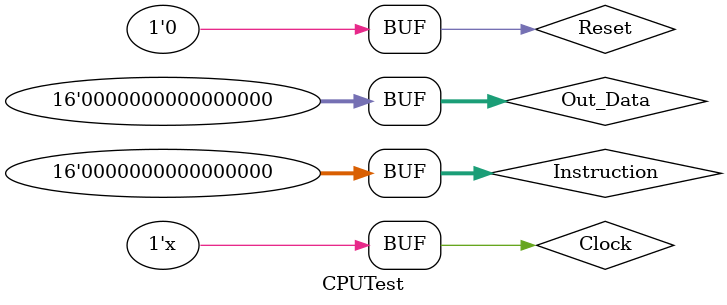
<source format=v>
`timescale 1ns / 1ps


module CPUTest;

	// Inputs
	reg [15:0] Instruction;
	reg [15:0] Out_Data;
	reg Clock;
	reg Reset;

	// Outputs
	wire [10:0] InsAddr;
	wire Rd;
	wire Wr;
	wire [10:0] DataAddr;
	wire [15:0] In_Data;

	// Instantiate the Unit Under Test (UUT)
	CPU uut (
		.InsAddr(InsAddr), 
		.Instruction(Instruction), 
		.Rd(Rd), 
		.Wr(Wr), 
		.DataAddr(DataAddr), 
		.In_Data(In_Data), 
		.Out_Data(Out_Data), 
		.Clock(Clock), 
		.Reset(Reset)
	);

	initial begin
		// Initialize Inputs
		Instruction = 0;
		Out_Data = 0;
		Clock = 0;
		Reset = 0;

		// Wait 100 ns for global reset to finish
		#50;
		Reset = 1;
		#100
		Reset = 0;
		#50
		Instruction= 16'b 0001100001010101;
		#2;
		Instruction = 16'b 0000100000000001;
		#2;
		Instruction = 16'b 0010100000000111;
		#2;
		Instruction = 0;
        
		// Add stimulus here

	end
      
	always
	begin
		#100 
		Clock = ~Clock;
	end 
endmodule


</source>
